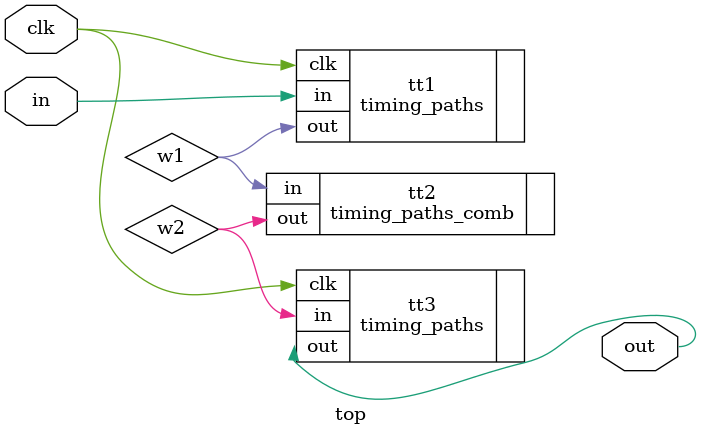
<source format=v>
module top (in, clk, out);
  
  input in, clk;
  output out;
  wire w1, w2;

  timing_paths tt1(.in(in), .clk(clk), .out(w1));

  timing_paths_comb tt2(.in(w1), .out(w2));

  timing_paths tt3(.in(w2), .clk(clk), .out(out));

endmodule // top

</source>
